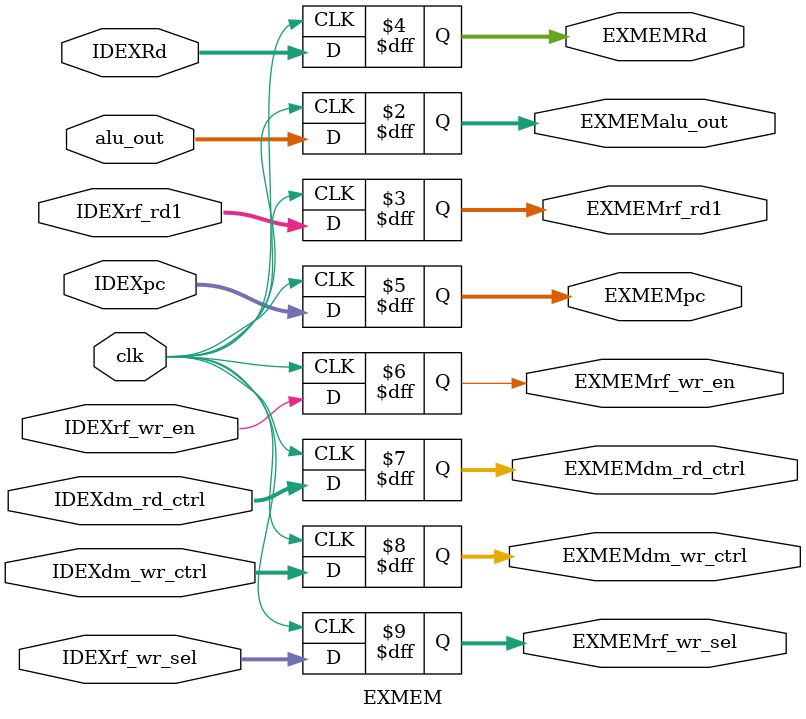
<source format=v>
module EXMEM (
    input clk,

    input [31:0] alu_out,
    input [31:0] IDEXrf_rd1,
    input [4:0] IDEXRd,
    input [31:0] IDEXpc,

    input IDEXrf_wr_en,
    input [2:0] IDEXdm_rd_ctrl,
    input [1:0] IDEXdm_wr_ctrl,
    input [1:0] IDEXrf_wr_sel,

    output reg [31:0] EXMEMalu_out,
    output reg [31:0] EXMEMrf_rd1,
    output reg [4:0] EXMEMRd,
    output reg [31:0] EXMEMpc,

    output reg EXMEMrf_wr_en,
    output reg [2:0] EXMEMdm_rd_ctrl, //MEM
    output reg [1:0] EXMEMdm_wr_ctrl, //MEM
    output reg [1:0] EXMEMrf_wr_sel
);

always@(posedge clk) begin
    EXMEMalu_out <= alu_out;
    EXMEMrf_rd1 <= IDEXrf_rd1;
    EXMEMRd <= IDEXRd;
    EXMEMpc <= IDEXpc;
    
    EXMEMrf_wr_en <= IDEXrf_wr_en;
    EXMEMdm_rd_ctrl <= IDEXdm_rd_ctrl;
    EXMEMdm_wr_ctrl <= IDEXdm_wr_ctrl;
    EXMEMrf_wr_sel <= IDEXrf_wr_sel;
end

endmodule
</source>
